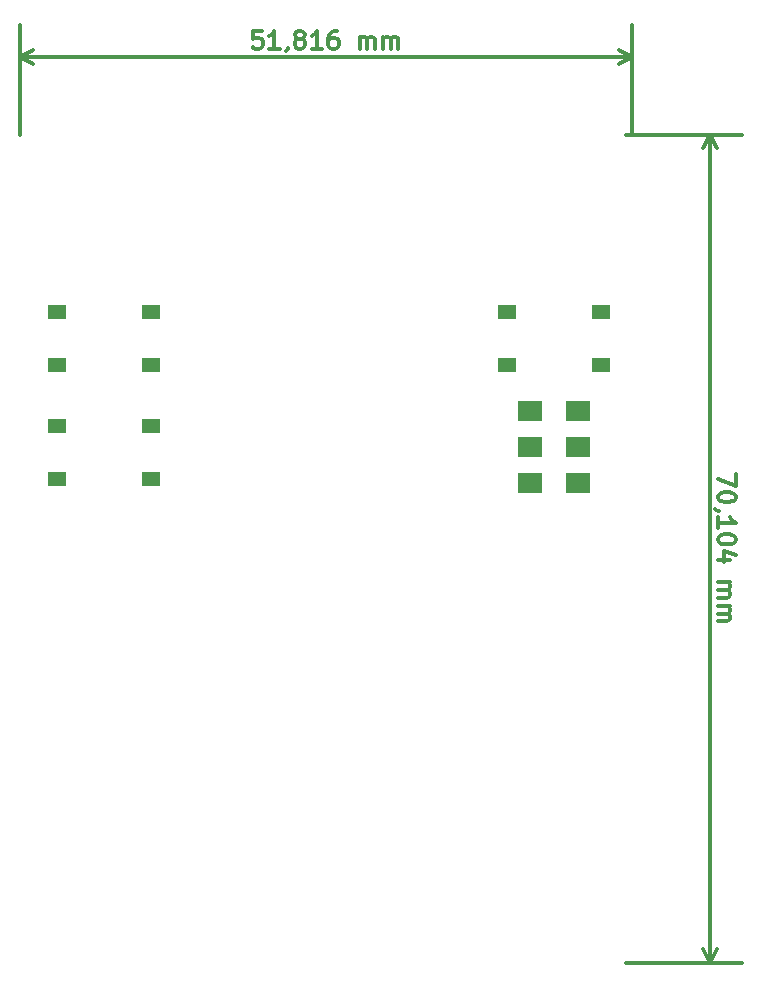
<source format=gbr>
G04 #@! TF.FileFunction,Paste,Top*
%FSLAX46Y46*%
G04 Gerber Fmt 4.6, Leading zero omitted, Abs format (unit mm)*
G04 Created by KiCad (PCBNEW 4.0.4-stable) date 02/23/17 08:50:32*
%MOMM*%
%LPD*%
G01*
G04 APERTURE LIST*
%ADD10C,0.100000*%
%ADD11C,0.300000*%
%ADD12R,2.000000X1.700000*%
%ADD13R,1.550000X1.300000*%
G04 APERTURE END LIST*
D10*
D11*
X121551429Y-55182287D02*
X121551429Y-56182287D01*
X120051429Y-55539430D01*
X121551429Y-57039429D02*
X121551429Y-57182286D01*
X121480000Y-57325143D01*
X121408571Y-57396572D01*
X121265714Y-57468001D01*
X120980000Y-57539429D01*
X120622857Y-57539429D01*
X120337143Y-57468001D01*
X120194286Y-57396572D01*
X120122857Y-57325143D01*
X120051429Y-57182286D01*
X120051429Y-57039429D01*
X120122857Y-56896572D01*
X120194286Y-56825143D01*
X120337143Y-56753715D01*
X120622857Y-56682286D01*
X120980000Y-56682286D01*
X121265714Y-56753715D01*
X121408571Y-56825143D01*
X121480000Y-56896572D01*
X121551429Y-57039429D01*
X120122857Y-58253714D02*
X120051429Y-58253714D01*
X119908571Y-58182286D01*
X119837143Y-58110857D01*
X120051429Y-59682286D02*
X120051429Y-58825143D01*
X120051429Y-59253715D02*
X121551429Y-59253715D01*
X121337143Y-59110858D01*
X121194286Y-58968000D01*
X121122857Y-58825143D01*
X121551429Y-60610857D02*
X121551429Y-60753714D01*
X121480000Y-60896571D01*
X121408571Y-60968000D01*
X121265714Y-61039429D01*
X120980000Y-61110857D01*
X120622857Y-61110857D01*
X120337143Y-61039429D01*
X120194286Y-60968000D01*
X120122857Y-60896571D01*
X120051429Y-60753714D01*
X120051429Y-60610857D01*
X120122857Y-60468000D01*
X120194286Y-60396571D01*
X120337143Y-60325143D01*
X120622857Y-60253714D01*
X120980000Y-60253714D01*
X121265714Y-60325143D01*
X121408571Y-60396571D01*
X121480000Y-60468000D01*
X121551429Y-60610857D01*
X121051429Y-62396571D02*
X120051429Y-62396571D01*
X121622857Y-62039428D02*
X120551429Y-61682285D01*
X120551429Y-62610857D01*
X120051429Y-64325142D02*
X121051429Y-64325142D01*
X120908571Y-64325142D02*
X120980000Y-64396570D01*
X121051429Y-64539428D01*
X121051429Y-64753713D01*
X120980000Y-64896570D01*
X120837143Y-64967999D01*
X120051429Y-64967999D01*
X120837143Y-64967999D02*
X120980000Y-65039428D01*
X121051429Y-65182285D01*
X121051429Y-65396570D01*
X120980000Y-65539428D01*
X120837143Y-65610856D01*
X120051429Y-65610856D01*
X120051429Y-66325142D02*
X121051429Y-66325142D01*
X120908571Y-66325142D02*
X120980000Y-66396570D01*
X121051429Y-66539428D01*
X121051429Y-66753713D01*
X120980000Y-66896570D01*
X120837143Y-66967999D01*
X120051429Y-66967999D01*
X120837143Y-66967999D02*
X120980000Y-67039428D01*
X121051429Y-67182285D01*
X121051429Y-67396570D01*
X120980000Y-67539428D01*
X120837143Y-67610856D01*
X120051429Y-67610856D01*
X119380000Y-26416000D02*
X119380000Y-96520000D01*
X112268000Y-26416000D02*
X122080000Y-26416000D01*
X112268000Y-96520000D02*
X122080000Y-96520000D01*
X119380000Y-96520000D02*
X118793579Y-95393496D01*
X119380000Y-96520000D02*
X119966421Y-95393496D01*
X119380000Y-26416000D02*
X118793579Y-27542504D01*
X119380000Y-26416000D02*
X119966421Y-27542504D01*
X81439430Y-17640571D02*
X80725144Y-17640571D01*
X80653715Y-18354857D01*
X80725144Y-18283429D01*
X80868001Y-18212000D01*
X81225144Y-18212000D01*
X81368001Y-18283429D01*
X81439430Y-18354857D01*
X81510858Y-18497714D01*
X81510858Y-18854857D01*
X81439430Y-18997714D01*
X81368001Y-19069143D01*
X81225144Y-19140571D01*
X80868001Y-19140571D01*
X80725144Y-19069143D01*
X80653715Y-18997714D01*
X82939429Y-19140571D02*
X82082286Y-19140571D01*
X82510858Y-19140571D02*
X82510858Y-17640571D01*
X82368001Y-17854857D01*
X82225143Y-17997714D01*
X82082286Y-18069143D01*
X83653714Y-19069143D02*
X83653714Y-19140571D01*
X83582286Y-19283429D01*
X83510857Y-19354857D01*
X84510858Y-18283429D02*
X84368000Y-18212000D01*
X84296572Y-18140571D01*
X84225143Y-17997714D01*
X84225143Y-17926286D01*
X84296572Y-17783429D01*
X84368000Y-17712000D01*
X84510858Y-17640571D01*
X84796572Y-17640571D01*
X84939429Y-17712000D01*
X85010858Y-17783429D01*
X85082286Y-17926286D01*
X85082286Y-17997714D01*
X85010858Y-18140571D01*
X84939429Y-18212000D01*
X84796572Y-18283429D01*
X84510858Y-18283429D01*
X84368000Y-18354857D01*
X84296572Y-18426286D01*
X84225143Y-18569143D01*
X84225143Y-18854857D01*
X84296572Y-18997714D01*
X84368000Y-19069143D01*
X84510858Y-19140571D01*
X84796572Y-19140571D01*
X84939429Y-19069143D01*
X85010858Y-18997714D01*
X85082286Y-18854857D01*
X85082286Y-18569143D01*
X85010858Y-18426286D01*
X84939429Y-18354857D01*
X84796572Y-18283429D01*
X86510857Y-19140571D02*
X85653714Y-19140571D01*
X86082286Y-19140571D02*
X86082286Y-17640571D01*
X85939429Y-17854857D01*
X85796571Y-17997714D01*
X85653714Y-18069143D01*
X87796571Y-17640571D02*
X87510857Y-17640571D01*
X87368000Y-17712000D01*
X87296571Y-17783429D01*
X87153714Y-17997714D01*
X87082285Y-18283429D01*
X87082285Y-18854857D01*
X87153714Y-18997714D01*
X87225142Y-19069143D01*
X87368000Y-19140571D01*
X87653714Y-19140571D01*
X87796571Y-19069143D01*
X87868000Y-18997714D01*
X87939428Y-18854857D01*
X87939428Y-18497714D01*
X87868000Y-18354857D01*
X87796571Y-18283429D01*
X87653714Y-18212000D01*
X87368000Y-18212000D01*
X87225142Y-18283429D01*
X87153714Y-18354857D01*
X87082285Y-18497714D01*
X89725142Y-19140571D02*
X89725142Y-18140571D01*
X89725142Y-18283429D02*
X89796570Y-18212000D01*
X89939428Y-18140571D01*
X90153713Y-18140571D01*
X90296570Y-18212000D01*
X90367999Y-18354857D01*
X90367999Y-19140571D01*
X90367999Y-18354857D02*
X90439428Y-18212000D01*
X90582285Y-18140571D01*
X90796570Y-18140571D01*
X90939428Y-18212000D01*
X91010856Y-18354857D01*
X91010856Y-19140571D01*
X91725142Y-19140571D02*
X91725142Y-18140571D01*
X91725142Y-18283429D02*
X91796570Y-18212000D01*
X91939428Y-18140571D01*
X92153713Y-18140571D01*
X92296570Y-18212000D01*
X92367999Y-18354857D01*
X92367999Y-19140571D01*
X92367999Y-18354857D02*
X92439428Y-18212000D01*
X92582285Y-18140571D01*
X92796570Y-18140571D01*
X92939428Y-18212000D01*
X93010856Y-18354857D01*
X93010856Y-19140571D01*
X60960000Y-19812000D02*
X112776000Y-19812000D01*
X60960000Y-26416000D02*
X60960000Y-17112000D01*
X112776000Y-26416000D02*
X112776000Y-17112000D01*
X112776000Y-19812000D02*
X111649496Y-20398421D01*
X112776000Y-19812000D02*
X111649496Y-19225579D01*
X60960000Y-19812000D02*
X62086504Y-20398421D01*
X60960000Y-19812000D02*
X62086504Y-19225579D01*
D12*
X104172000Y-55880000D03*
X108172000Y-55880000D03*
X104172000Y-49784000D03*
X108172000Y-49784000D03*
X104172000Y-52832000D03*
X108172000Y-52832000D03*
D13*
X64097000Y-41438000D03*
X72047000Y-41438000D03*
X64097000Y-45938000D03*
X72047000Y-45938000D03*
X64097000Y-51090000D03*
X72047000Y-51090000D03*
X64097000Y-55590000D03*
X72047000Y-55590000D03*
X102197000Y-41438000D03*
X110147000Y-41438000D03*
X102197000Y-45938000D03*
X110147000Y-45938000D03*
M02*

</source>
